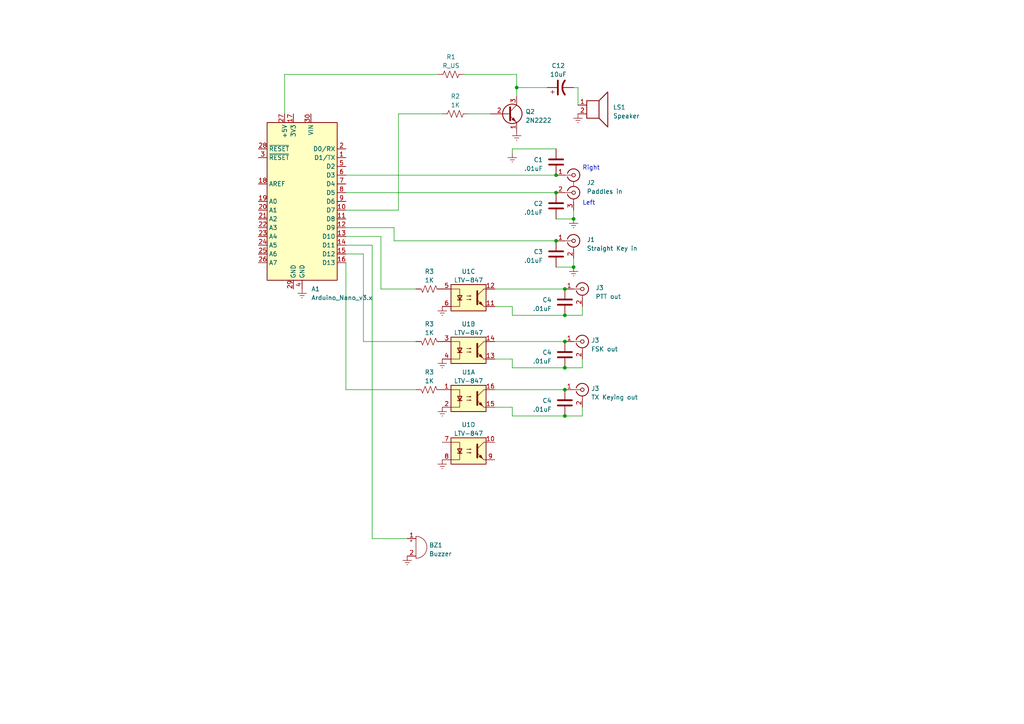
<source format=kicad_sch>
(kicad_sch (version 20230121) (generator eeschema)
  (paper "A4")
  (title_block (title "Full-Featured Nano IO Keyer") (date "Feb. 2023") (rev "1.0") (company "AA2IL") (comment 1 "Dr. J. B. Attili"))
  (lib_symbols
    (symbol "Connector:Conn_Coaxial" (pin_names (offset 1.016) hide)
      (property "Reference" "J" (at 0.254 3.048 0))
      (property "Value" "Conn_Coaxial" (at 2.921 0 90))
      (symbol "Conn_Coaxial_0_1"
        (arc (start -1.778 -0.508) (mid 0.2311 -1.8066) (end 1.778 0) (stroke (width 0.254)))
        (polyline (pts (xy -2.54 0) (xy -0.508 0)))
        (polyline (pts (xy 0 -2.54) (xy 0 -1.778)))
        (circle (center 0 0) (radius 0.508) (stroke (width 0.2032)))
        (arc (start 1.778 0) (mid 0.2099 1.8101) (end -1.778 0.508) (stroke (width 0.254)))
      )
      (symbol "Conn_Coaxial_1_1"
        (pin passive line (at -5.08 0 0) (length 2.54) (name "In") (number "1"))
        (pin passive line (at 0 -5.08 90) (length 2.54) (name "Ext") (number "2"))
      )
    )
    (symbol "Connector:Conn_Coaxial_x2" (pin_names (offset 1.016) hide)
      (property "Reference" "J" (at 0 5.715 0))
      (property "Value" "Conn_Coaxial_x2" (at 2.921 0 90))
      (symbol "Conn_Coaxial_x2_0_1"
        (arc (start -1.778 -3.048) (mid 0.2311 -4.3466) (end 1.778 -2.54) (stroke (width 0.254)))
        (arc (start -1.778 2.032) (mid 0.2311 0.7334) (end 1.778 2.54) (stroke (width 0.254)))
        (circle (center 0 -2.54) (radius 0.508) (stroke (width 0.2032)))
        (polyline (pts (xy -2.54 -2.54) (xy -0.508 -2.54)))
        (polyline (pts (xy -2.54 2.54) (xy -0.508 2.54)))
        (polyline (pts (xy 0 -5.08) (xy 0 -4.318)))
        (polyline (pts (xy 0 0.762) (xy 0 -0.635)))
        (circle (center 0 2.54) (radius 0.508) (stroke (width 0.2032)))
        (arc (start 1.778 -2.54) (mid 0.2099 -0.7299) (end -1.778 -2.032) (stroke (width 0.254)))
        (arc (start 1.778 2.54) (mid 0.2099 4.3501) (end -1.778 3.048) (stroke (width 0.254)))
      )
      (symbol "Conn_Coaxial_x2_1_1"
        (pin passive line (at -5.08 2.54 0) (length 2.54) (name "IN1") (number "1"))
        (pin passive line (at -5.08 -2.54 0) (length 2.54) (name "IN2") (number "2"))
        (pin passive line (at 0 -7.62 90) (length 2.54) (name "EXT") (number "3"))
      )
    )
    (symbol "Device:Buzzer" (pin_names (offset 0.0254) hide)
      (property "Reference" "BZ" (at 3.81 1.27 0))
      (property "Value" "Buzzer" (at 3.81 -1.27 0))
      (symbol "Buzzer_0_1"
        (arc (start 0 -3.175) (mid 3.1612 0) (end 0 3.175))
        (polyline (pts (xy -1.651 1.905) (xy -1.143 1.905)))
        (polyline (pts (xy -1.397 2.159) (xy -1.397 1.651)))
        (polyline (pts (xy 0 3.175) (xy 0 -3.175)))
      )
      (symbol "Buzzer_1_1"
        (pin passive line (at -2.54 2.54 0) (length 2.54) (name "-") (number "1"))
        (pin passive line (at -2.54 -2.54 0) (length 2.54) (name "+") (number "2"))
      )
    )
    (symbol "Device:C" (pin_numbers hide) (pin_names (offset 0.254))
      (property "Reference" "C" (at 0.635 2.54 0))
      (property "Value" "C" (at 0.635 -2.54 0))
      (symbol "C_0_1"
        (polyline (pts (xy -2.032 -0.762) (xy 2.032 -0.762)) (stroke (width 0.508)))
        (polyline (pts (xy -2.032 0.762) (xy 2.032 0.762)) (stroke (width 0.508)))
      )
      (symbol "C_1_1"
        (pin passive line (at 0 3.81 270) (length 2.794) (name "~") (number "1"))
        (pin passive line (at 0 -3.81 90) (length 2.794) (name "~") (number "2"))
      )
    )
    (symbol "Device:C_Polarized_US" (pin_numbers hide) (pin_names (offset 0.254) hide)
      (property "Reference" "C" (at 0.635 2.54 0))
      (property "Value" "C_Polarized_US" (at 0.635 -2.54 0))
      (symbol "C_Polarized_US_0_1"
        (polyline (pts (xy -2.032 0.762) (xy 2.032 0.762)) (stroke (width 0.508)))
        (polyline (pts (xy -1.778 2.286) (xy -0.762 2.286)))
        (polyline (pts (xy -1.27 1.778) (xy -1.27 2.794)))
        (arc (start 2.032 -1.27) (mid 0 -0.5572) (end -2.032 -1.27) (stroke (width 0.508)))
      )
      (symbol "C_Polarized_US_1_1"
        (pin passive line (at 0 3.81 270) (length 2.794) (name "~") (number "1"))
        (pin passive line (at 0 -3.81 90) (length 3.302) (name "~") (number "2"))
      )
    )
    (symbol "Device:R_US" (pin_numbers hide) (pin_names (offset 0))
      (property "Reference" "R" (at 2.54 0 90))
      (property "Value" "R_US" (at -2.54 0 90))
      (symbol "R_US_0_1"
        (polyline (pts (xy 0 -2.286) (xy 0 -2.54)))
        (polyline (pts (xy 0 2.286) (xy 0 2.54)))
        (polyline (pts (xy 0 -0.762) (xy 1.016 -1.143) (xy 0 -1.524) (xy -1.016 -1.905) (xy 0 -2.286)))
        (polyline (pts (xy 0 0.762) (xy 1.016 0.381) (xy 0 0) (xy -1.016 -0.381) (xy 0 -0.762)))
        (polyline (pts (xy 0 2.286) (xy 1.016 1.905) (xy 0 1.524) (xy -1.016 1.143) (xy 0 0.762)))
      )
      (symbol "R_US_1_1"
        (pin passive line (at 0 3.81 270) (length 1.27) (name "~") (number "1"))
        (pin passive line (at 0 -3.81 90) (length 1.27) (name "~") (number "2"))
      )
    )
    (symbol "Device:Speaker" (pin_names (offset 0) hide)
      (property "Reference" "LS" (at 1.27 5.715 0))
      (property "Value" "Speaker" (at 1.27 3.81 0))
      (symbol "Speaker_0_0"
        (rectangle (start -2.54 1.27) (end 1.016 -3.81) (stroke (width 0.254)))
        (polyline (pts (xy 1.016 1.27) (xy 3.556 3.81) (xy 3.556 -6.35) (xy 1.016 -3.81)) (stroke (width 0.254)))
      )
      (symbol "Speaker_1_1"
        (pin input line (at -5.08 0 0) (length 2.54) (name "1") (number "1"))
        (pin input line (at -5.08 -2.54 0) (length 2.54) (name "2") (number "2"))
      )
    )
    (symbol "Isolator:LTV-847" (pin_names (offset 1.016))
      (property "Reference" "U" (at -5.08 5.08 0))
      (property "Value" "LTV-847" (at 0 5.08 0))
      (symbol "LTV-847_0_1"
        (rectangle (start -5.08 3.81) (end 5.08 -3.81) (stroke (width 0.254)) (fill (type background)))
        (polyline (pts (xy -3.175 -0.635) (xy -1.905 -0.635)) (stroke (width 0.254)))
        (polyline (pts (xy 2.54 0.635) (xy 4.445 2.54)))
        (polyline (pts (xy 4.445 -2.54) (xy 2.54 -0.635)) (fill (type outline)))
        (polyline (pts (xy 4.445 -2.54) (xy 5.08 -2.54)))
        (polyline (pts (xy 4.445 2.54) (xy 5.08 2.54)))
        (polyline (pts (xy -2.54 -0.635) (xy -2.54 -2.54) (xy -5.08 -2.54)))
        (polyline (pts (xy 2.54 1.905) (xy 2.54 -1.905) (xy 2.54 -1.905)) (stroke (width 0.508)))
        (polyline (pts (xy -5.08 2.54) (xy -2.54 2.54) (xy -2.54 -1.27) (xy -2.54 0.635)))
        (polyline (pts (xy -2.54 -0.635) (xy -3.175 0.635) (xy -1.905 0.635) (xy -2.54 -0.635)) (stroke (width 0.254)))
        (polyline (pts (xy -0.508 -0.508) (xy 0.762 -0.508) (xy 0.381 -0.635) (xy 0.381 -0.381) (xy 0.762 -0.508)))
        (polyline (pts (xy -0.508 0.508) (xy 0.762 0.508) (xy 0.381 0.381) (xy 0.381 0.635) (xy 0.762 0.508)))
        (polyline (pts (xy 3.048 -1.651) (xy 3.556 -1.143) (xy 4.064 -2.159) (xy 3.048 -1.651) (xy 3.048 -1.651)) (fill (type outline)))
      )
      (symbol "LTV-847_1_1"
        (pin passive line (at -7.62 2.54 0) (length 2.54) (name "~") (number "1"))
        (pin passive line (at 7.62 -2.54 180) (length 2.54) (name "~") (number "15"))
        (pin passive line (at 7.62 2.54 180) (length 2.54) (name "~") (number "16"))
        (pin passive line (at -7.62 -2.54 0) (length 2.54) (name "~") (number "2"))
      )
      (symbol "LTV-847_2_1"
        (pin passive line (at 7.62 -2.54 180) (length 2.54) (name "~") (number "13"))
        (pin passive line (at 7.62 2.54 180) (length 2.54) (name "~") (number "14"))
        (pin passive line (at -7.62 2.54 0) (length 2.54) (name "~") (number "3"))
        (pin passive line (at -7.62 -2.54 0) (length 2.54) (name "~") (number "4"))
      )
      (symbol "LTV-847_3_1"
        (pin passive line (at 7.62 -2.54 180) (length 2.54) (name "~") (number "11"))
        (pin passive line (at 7.62 2.54 180) (length 2.54) (name "~") (number "12"))
        (pin passive line (at -7.62 2.54 0) (length 2.54) (name "~") (number "5"))
        (pin passive line (at -7.62 -2.54 0) (length 2.54) (name "~") (number "6"))
      )
      (symbol "LTV-847_4_1"
        (pin passive line (at 7.62 2.54 180) (length 2.54) (name "~") (number "10"))
        (pin passive line (at -7.62 2.54 0) (length 2.54) (name "~") (number "7"))
        (pin passive line (at -7.62 -2.54 0) (length 2.54) (name "~") (number "8"))
        (pin passive line (at 7.62 -2.54 180) (length 2.54) (name "~") (number "9"))
      )
    )
    (symbol "MCU_Module:Arduino_Nano_v3.x"
      (property "Reference" "A" (at -10.16 23.495 0))
      (property "Value" "Arduino_Nano_v3.x" (at 5.08 -24.13 0))
      (symbol "Arduino_Nano_v3.x_0_1"
        (rectangle (start -10.16 22.86) (end 10.16 -22.86) (stroke (width 0.254)) (fill (type background)))
      )
      (symbol "Arduino_Nano_v3.x_1_1"
        (pin bidirectional line (at -12.7 12.7 0) (length 2.54) (name "D1/TX") (number "1"))
        (pin bidirectional line (at -12.7 -2.54 0) (length 2.54) (name "D7") (number "10"))
        (pin bidirectional line (at -12.7 -5.08 0) (length 2.54) (name "D8") (number "11"))
        (pin bidirectional line (at -12.7 -7.62 0) (length 2.54) (name "D9") (number "12"))
        (pin bidirectional line (at -12.7 -10.16 0) (length 2.54) (name "D10") (number "13"))
        (pin bidirectional line (at -12.7 -12.7 0) (length 2.54) (name "D11") (number "14"))
        (pin bidirectional line (at -12.7 -15.24 0) (length 2.54) (name "D12") (number "15"))
        (pin bidirectional line (at -12.7 -17.78 0) (length 2.54) (name "D13") (number "16"))
        (pin power_out line (at 2.54 25.4 270) (length 2.54) (name "3V3") (number "17"))
        (pin input line (at 12.7 5.08 180) (length 2.54) (name "AREF") (number "18"))
        (pin bidirectional line (at 12.7 0 180) (length 2.54) (name "A0") (number "19"))
        (pin bidirectional line (at -12.7 15.24 0) (length 2.54) (name "D0/RX") (number "2"))
        (pin bidirectional line (at 12.7 -2.54 180) (length 2.54) (name "A1") (number "20"))
        (pin bidirectional line (at 12.7 -5.08 180) (length 2.54) (name "A2") (number "21"))
        (pin bidirectional line (at 12.7 -7.62 180) (length 2.54) (name "A3") (number "22"))
        (pin bidirectional line (at 12.7 -10.16 180) (length 2.54) (name "A4") (number "23"))
        (pin bidirectional line (at 12.7 -12.7 180) (length 2.54) (name "A5") (number "24"))
        (pin bidirectional line (at 12.7 -15.24 180) (length 2.54) (name "A6") (number "25"))
        (pin bidirectional line (at 12.7 -17.78 180) (length 2.54) (name "A7") (number "26"))
        (pin power_out line (at 5.08 25.4 270) (length 2.54) (name "+5V") (number "27"))
        (pin input line (at 12.7 15.24 180) (length 2.54) (name "~{RESET}") (number "28"))
        (pin power_in line (at 2.54 -25.4 90) (length 2.54) (name "GND") (number "29"))
        (pin input line (at 12.7 12.7 180) (length 2.54) (name "~{RESET}") (number "3"))
        (pin power_in line (at -2.54 25.4 270) (length 2.54) (name "VIN") (number "30"))
        (pin power_in line (at 0 -25.4 90) (length 2.54) (name "GND") (number "4"))
        (pin bidirectional line (at -12.7 10.16 0) (length 2.54) (name "D2") (number "5"))
        (pin bidirectional line (at -12.7 7.62 0) (length 2.54) (name "D3") (number "6"))
        (pin bidirectional line (at -12.7 5.08 0) (length 2.54) (name "D4") (number "7"))
        (pin bidirectional line (at -12.7 2.54 0) (length 2.54) (name "D5") (number "8"))
        (pin bidirectional line (at -12.7 0 0) (length 2.54) (name "D6") (number "9"))
      )
    )
    (symbol "Transistor_BJT:PN2222A" (pin_names (offset 0) hide)
      (property "Reference" "Q" (at 5.08 1.905 0))
      (property "Value" "PN2222A" (at 5.08 0 0))
      (symbol "PN2222A_0_1"
        (polyline (pts (xy 0 0) (xy 0.635 0)))
        (polyline (pts (xy 2.54 -2.54) (xy 0.635 -0.635)))
        (polyline (pts (xy 2.54 2.54) (xy 0.635 0.635)))
        (polyline (pts (xy 0.635 1.905) (xy 0.635 -1.905) (xy 0.635 -1.905)) (stroke (width 0.508)))
        (polyline (pts (xy 2.413 -2.413) (xy 1.905 -1.905) (xy 1.905 -1.905)))
        (polyline (pts (xy 1.143 -1.651) (xy 1.651 -1.143) (xy 2.159 -2.159) (xy 1.143 -1.651) (xy 1.143 -1.651)) (fill (type outline)))
        (circle (center 1.27 0) (radius 2.8194) (stroke (width 0.254)))
      )
      (symbol "PN2222A_1_1"
        (pin passive line (at 2.54 -5.08 90) (length 2.54) (name "E") (number "1"))
        (pin input line (at -5.08 0 0) (length 5.08) (name "B") (number "2"))
        (pin passive line (at 2.54 5.08 270) (length 2.54) (name "C") (number "3"))
      )
    )
    (symbol "power:Earth" (power) (pin_names (offset 0))
      (symbol "Earth_0_1"
        (polyline (pts (xy -0.635 -1.905) (xy 0.635 -1.905)))
        (polyline (pts (xy -0.127 -2.54) (xy 0.127 -2.54)))
        (polyline (pts (xy 0 -1.27) (xy 0 0)))
        (polyline (pts (xy 1.27 -1.27) (xy -1.27 -1.27)))
      )
      (symbol "Earth_1_1"
        (pin power_in line (at 0 0 270) (length 0) hide (name "Earth") (number "1"))
      )
    )
  )
  (junction (at 166.37 77.47))
  (junction (at 161.29 69.85))
  (junction (at 166.37 63.5))
  (junction (at 161.29 50.8))
  (junction (at 163.83 120.65))
  (junction (at 163.83 113.03))
  (junction (at 163.83 91.44))
  (junction (at 163.83 106.68))
  (junction (at 163.83 99.06))
  (junction (at 149.86 25.4))
  (junction (at 161.29 55.88))
  (junction (at 163.83 83.82))
  (wire (pts (xy 161.29 77.47) (xy 166.37 77.47)))
  (wire (pts (xy 158.75 25.4) (xy 149.86 25.4)))
  (wire (pts (xy 148.59 88.9) (xy 148.59 91.44)))
  (wire (pts (xy 148.59 104.14) (xy 148.59 106.68)))
  (wire (pts (xy 100.33 66.04) (xy 114.3 66.04)))
  (wire (pts (xy 148.59 43.18) (xy 148.59 44.45)))
  (wire (pts (xy 134.62 21.59) (xy 149.86 21.59)))
  (wire (pts (xy 107.95 156.21) (xy 118.11 156.21)))
  (wire (pts (xy 100.33 60.96) (xy 115.57 60.96)))
  (wire (pts (xy 115.57 33.02) (xy 128.27 33.02)))
  (wire (pts (xy 168.91 106.68) (xy 168.91 104.14)))
  (wire (pts (xy 82.55 21.59) (xy 127 21.59)))
  (wire (pts (xy 100.33 55.88) (xy 161.29 55.88)))
  (wire (pts (xy 100.33 73.66) (xy 105.41 73.66)))
  (wire (pts (xy 105.41 73.66) (xy 105.41 99.06)))
  (wire (pts (xy 148.59 118.11) (xy 148.59 120.65)))
  (wire (pts (xy 168.91 120.65) (xy 168.91 118.11)))
  (wire (pts (xy 135.89 33.02) (xy 142.24 33.02)))
  (wire (pts (xy 166.37 63.5) (xy 166.37 60.96)))
  (wire (pts (xy 167.64 25.4) (xy 167.64 30.48)))
  (wire (pts (xy 149.86 21.59) (xy 149.86 25.4)))
  (wire (pts (xy 143.51 118.11) (xy 148.59 118.11)))
  (wire (pts (xy 110.49 83.82) (xy 120.65 83.82)))
  (wire (pts (xy 143.51 104.14) (xy 148.59 104.14)))
  (wire (pts (xy 105.41 99.06) (xy 120.65 99.06)))
  (wire (pts (xy 143.51 88.9) (xy 148.59 88.9)))
  (wire (pts (xy 100.33 68.58) (xy 110.49 68.58)))
  (wire (pts (xy 114.3 69.85) (xy 161.29 69.85)))
  (wire (pts (xy 110.49 68.58) (xy 110.49 83.82)))
  (wire (pts (xy 148.59 43.18) (xy 161.29 43.18)))
  (wire (pts (xy 82.55 21.59) (xy 82.55 33.02)))
  (wire (pts (xy 163.83 120.65) (xy 168.91 120.65)))
  (wire (pts (xy 161.29 63.5) (xy 166.37 63.5)))
  (wire (pts (xy 115.57 33.02) (xy 115.57 60.96)))
  (wire (pts (xy 148.59 106.68) (xy 163.83 106.68)))
  (wire (pts (xy 166.37 25.4) (xy 167.64 25.4)))
  (wire (pts (xy 100.33 76.2) (xy 100.33 113.03)))
  (wire (pts (xy 163.83 106.68) (xy 168.91 106.68)))
  (wire (pts (xy 168.91 91.44) (xy 168.91 88.9)))
  (wire (pts (xy 107.95 71.12) (xy 107.95 156.21)))
  (wire (pts (xy 148.59 91.44) (xy 163.83 91.44)))
  (wire (pts (xy 100.33 50.8) (xy 161.29 50.8)))
  (wire (pts (xy 143.51 113.03) (xy 163.83 113.03)))
  (wire (pts (xy 100.33 71.12) (xy 107.95 71.12)))
  (wire (pts (xy 114.3 66.04) (xy 114.3 69.85)))
  (wire (pts (xy 149.86 25.4) (xy 149.86 27.94)))
  (wire (pts (xy 143.51 83.82) (xy 163.83 83.82)))
  (wire (pts (xy 163.83 91.44) (xy 168.91 91.44)))
  (wire (pts (xy 166.37 74.93) (xy 166.37 77.47)))
  (wire (pts (xy 148.59 120.65) (xy 163.83 120.65)))
  (wire (pts (xy 100.33 113.03) (xy 120.65 113.03)))
  (wire (pts (xy 143.51 99.06) (xy 163.83 99.06)))
  (text "Left" (at 168.91 59.69 0) (effects (font (size 1.27 1.27)) (justify left bottom)))
  (text "Right" (at 168.91 49.53 0) (effects (font (size 1.27 1.27)) (justify left bottom)))
  (symbol (lib_id "Device:C") (at 163.83 102.87 0) (mirror y) (unit 1)
    (property "Reference" "C4" (at 160.02 102.235 0) (effects (justify left)))
    (property "Value" ".01uF" (at 160.02 104.775 0) (effects (justify left)))
    (instances (project "keyer" (path "" (reference "C4") (unit 1)) (path "" (reference "C10") (unit 1))))
  )
  (symbol (lib_id "Isolator:LTV-847") (at 135.89 115.57 0) (unit 1)
    (property "Reference" "U1" (at 135.89 107.95 0))
    (property "Value" "LTV-847" (at 135.89 110.49 0))
    (property "Footprint" "Package_DIP:DIP-16_W7.62mm" (effects hide))
    (property "Datasheet" "http://optoelectronics.liteon.com/upload/download/DS-70-96-0016/LTV-8X7%20series.PDF" (effects hide))
  )
  (symbol (lib_id "power:Earth") (at 149.86 38.1 0) (unit 1)
    (property "Reference" "#PWR01" (effects hide))
    (property "Value" "Earth" (effects hide))
    (instances (project "keyer" (path "" (reference "#PWR01") (unit 1)) (path "" (reference "#PWR010") (unit 1))))
  )
  (symbol (lib_id "Device:Buzzer") (at 120.65 158.75 0) (unit 1)
    (property "Reference" "BZ1" (at 124.46 158.115 0) (effects (justify left)))
    (property "Value" "Buzzer" (at 124.46 160.655 0) (effects (justify left)))
  )
  (symbol (lib_id "Isolator:LTV-847") (at 135.89 86.36 0) (unit 3)
    (property "Reference" "U1" (at 135.89 78.74 0))
    (property "Value" "LTV-847" (at 135.89 81.28 0))
    (property "Footprint" "Package_DIP:DIP-16_W7.62mm" (effects hide))
    (property "Datasheet" "http://optoelectronics.liteon.com/upload/download/DS-70-96-0016/LTV-8X7%20series.PDF" (effects hide))
  )
  (symbol (lib_id "power:Earth") (at 166.37 77.47 0) (unit 1)
    (property "Reference" "#PWR04" (effects hide))
    (property "Value" "Earth" (effects hide))
    (instances (project "keyer" (path "" (reference "#PWR04") (unit 1)) (path "" (reference "#PWR012") (unit 1))))
  )
  (symbol (lib_id "power:Earth") (at 128.27 104.14 0) (unit 1)
    (property "Reference" "#PWR02" (effects hide))
    (property "Value" "Earth" (effects hide))
    (instances (project "keyer" (path "" (reference "#PWR02") (unit 1)) (path "" (reference "#PWR014") (unit 1))))
  )
  (symbol (lib_id "Connector:Conn_Coaxial") (at 168.91 113.03 0) (unit 1)
    (property "Reference" "J3" (at 171.45 112.6882 0) (effects (justify left)))
    (property "Value" "TX Keying out" (at 171.45 115.2282 0) (effects (justify left)))
    (property "Datasheet" " ~" (effects hide))
    (instances (project "keyer" (path "" (reference "J3") (unit 1)) (path "" (reference "J6") (unit 1))))
  )
  (symbol (lib_id "Isolator:LTV-847") (at 135.89 101.6 0) (unit 2)
    (property "Reference" "U1" (at 135.89 93.98 0))
    (property "Value" "LTV-847" (at 135.89 96.52 0))
    (property "Footprint" "Package_DIP:DIP-16_W7.62mm" (effects hide))
    (property "Datasheet" "http://optoelectronics.liteon.com/upload/download/DS-70-96-0016/LTV-8X7%20series.PDF" (effects hide))
  )
  (symbol (lib_id "power:Earth") (at 166.37 63.5 0) (unit 1)
    (property "Reference" "#PWR03" (effects hide))
    (property "Value" "Earth" (effects hide))
    (instances (project "keyer" (path "" (reference "#PWR03") (unit 1)) (path "" (reference "#PWR011") (unit 1))))
  )
  (symbol (lib_id "Device:C") (at 161.29 46.99 0) (mirror y) (unit 1)
    (property "Reference" "C1" (at 157.48 46.355 0) (effects (justify left)))
    (property "Value" ".01uF" (at 157.48 48.895 0) (effects (justify left)))
    (instances (project "keyer" (path "" (reference "C1") (unit 1)) (path "" (reference "C5") (unit 1))))
  )
  (symbol (lib_id "Device:Speaker") (at 172.72 30.48 0) (unit 1)
    (property "Reference" "LS1" (at 177.8 31.115 0) (effects (justify left)))
    (property "Value" "Speaker" (at 177.8 33.655 0) (effects (justify left)))
    (instances (project "keyer" (path "" (reference "LS1") (unit 1)) (path "" (reference "LS2") (unit 1))))
  )
  (symbol (lib_id "Device:R_US") (at 132.08 33.02 90) (unit 1)
    (property "Reference" "R2" (at 132.08 27.94 90))
    (property "Value" "1K" (at 132.08 30.48 90))
    (instances (project "keyer" (path "" (reference "R2") (unit 1)) (path "" (reference "R6") (unit 1))))
  )
  (symbol (lib_id "power:Earth") (at 167.64 33.02 0) (unit 1)
    (property "Reference" "#PWR01" (effects hide))
    (property "Value" "Earth" (effects hide))
    (instances (project "keyer" (path "" (reference "#PWR01") (unit 1)) (path "" (reference "#PWR016") (unit 1))))
  )
  (symbol (lib_id "MCU_Module:Arduino_Nano_v3.x") (at 87.63 58.42 0) (mirror y) (unit 1)
    (property "Reference" "A1" (at 90.2717 83.82 0) (effects (justify right)))
    (property "Value" "Arduino_Nano_v3.x" (at 90.2717 86.36 0) (effects (justify right)))
    (property "Footprint" "Module:Arduino_Nano" (effects hide))
    (property "Datasheet" "http://www.mouser.com/pdfdocs/Gravitech_Arduino_Nano3_0.pdf" (effects hide))
    (instances (project "keyer" (path "" (reference "A1") (unit 1)) (path "" (reference "A2") (unit 1))))
  )
  (symbol (lib_id "Connector:Conn_Coaxial") (at 166.37 69.85 0) (unit 1)
    (property "Reference" "J1" (at 170.18 69.5082 0) (effects (justify left)))
    (property "Value" "Straight Key in" (at 170.18 72.0482 0) (effects (justify left)))
    (property "Datasheet" " ~" (effects hide))
    (instances (project "keyer" (path "" (reference "J1") (unit 1)) (path "" (reference "J5") (unit 1))))
  )
  (symbol (lib_id "Device:C") (at 161.29 73.66 0) (mirror y) (unit 1)
    (property "Reference" "C3" (at 157.48 73.025 0) (effects (justify left)))
    (property "Value" ".01uF" (at 157.48 75.565 0) (effects (justify left)))
    (instances (project "keyer" (path "" (reference "C3") (unit 1)) (path "" (reference "C7") (unit 1))))
  )
  (symbol (lib_id "power:Earth") (at 128.27 88.9 0) (unit 1)
    (property "Reference" "#PWR02" (effects hide))
    (property "Value" "Earth" (effects hide))
    (instances (project "keyer" (path "" (reference "#PWR02") (unit 1)) (path "" (reference "#PWR013") (unit 1))))
  )
  (symbol (lib_id "power:Earth") (at 87.63 83.82 0) (unit 1)
    (property "Reference" "#PWR?" (effects hide))
    (property "Value" "Earth" (effects hide))
    (instances (project "keyer" (path "" (reference "#PWR?") (unit 1)) (path "" (reference "#PWR06") (unit 1))))
  )
  (symbol (lib_id "Device:R_US") (at 124.46 113.03 270) (mirror x) (unit 1)
    (property "Reference" "R3" (at 123.19 107.95 90) (effects (justify left)))
    (property "Value" "1K" (at 123.19 110.49 90) (effects (justify left)))
    (instances (project "keyer" (path "" (reference "R3") (unit 1)) (path "" (reference "R4") (unit 1))))
  )
  (symbol (lib_id "Device:C_Polarized_US") (at 162.56 25.4 90) (unit 1)
    (property "Reference" "C12" (at 161.925 19.05 90))
    (property "Value" "10uF" (at 161.925 21.59 90))
  )
  (symbol (lib_id "Device:C") (at 163.83 87.63 0) (mirror y) (unit 1)
    (property "Reference" "C4" (at 160.02 86.995 0) (effects (justify left)))
    (property "Value" ".01uF" (at 160.02 89.535 0) (effects (justify left)))
    (instances (project "keyer" (path "" (reference "C4") (unit 1)) (path "" (reference "C9") (unit 1))))
  )
  (symbol (lib_id "power:Earth") (at 128.27 133.35 0) (unit 1)
    (property "Reference" "#PWR02" (effects hide))
    (property "Value" "Earth" (effects hide))
    (instances (project "keyer" (path "" (reference "#PWR02") (unit 1)) (path "" (reference "#PWR015") (unit 1))))
  )
  (symbol (lib_id "Device:C") (at 161.29 59.69 0) (mirror y) (unit 1)
    (property "Reference" "C2" (at 157.48 59.055 0) (effects (justify left)))
    (property "Value" ".01uF" (at 157.48 61.595 0) (effects (justify left)))
    (instances (project "keyer" (path "" (reference "C2") (unit 1)) (path "" (reference "C6") (unit 1))))
  )
  (symbol (lib_id "Connector:Conn_Coaxial") (at 168.91 99.06 0) (unit 1)
    (property "Reference" "J3" (at 171.45 98.7182 0) (effects (justify left)))
    (property "Value" "FSK out" (at 171.45 101.2582 0) (effects (justify left)))
    (property "Datasheet" " ~" (effects hide))
    (instances (project "keyer" (path "" (reference "J3") (unit 1)) (path "" (reference "J8") (unit 1))))
  )
  (symbol (lib_id "Device:R_US") (at 130.81 21.59 90) (unit 1)
    (property "Reference" "R1" (at 130.81 16.51 90))
    (property "Value" "R_US" (at 130.81 19.05 90))
    (instances (project "keyer" (path "" (reference "R1") (unit 1)) (path "" (reference "R5") (unit 1))))
  )
  (symbol (lib_id "Device:R_US") (at 124.46 83.82 270) (mirror x) (unit 1)
    (property "Reference" "R3" (at 123.19 78.74 90) (effects (justify left)))
    (property "Value" "1K" (at 123.19 81.28 90) (effects (justify left)))
    (instances (project "keyer" (path "" (reference "R3") (unit 1)) (path "" (reference "R7") (unit 1))))
  )
  (symbol (lib_id "Connector:Conn_Coaxial") (at 168.91 83.82 0) (unit 1)
    (property "Reference" "J3" (at 172.72 83.4782 0) (effects (justify left)))
    (property "Value" "PTT out" (at 172.72 86.0182 0) (effects (justify left)))
    (property "Datasheet" " ~" (effects hide))
    (instances (project "keyer" (path "" (reference "J3") (unit 1)) (path "" (reference "J7") (unit 1))))
  )
  (symbol (lib_id "Device:C") (at 163.83 116.84 0) (mirror y) (unit 1)
    (property "Reference" "C4" (at 160.02 116.205 0) (effects (justify left)))
    (property "Value" ".01uF" (at 160.02 118.745 0) (effects (justify left)))
    (instances (project "keyer" (path "" (reference "C4") (unit 1)) (path "" (reference "C8") (unit 1))))
  )
  (symbol (lib_id "Device:R_US") (at 124.46 99.06 270) (mirror x) (unit 1)
    (property "Reference" "R3" (at 123.19 93.98 90) (effects (justify left)))
    (property "Value" "1K" (at 123.19 96.52 90) (effects (justify left)))
    (instances (project "keyer" (path "" (reference "R3") (unit 1)) (path "" (reference "R8") (unit 1))))
  )
  (symbol (lib_id "Isolator:LTV-847") (at 135.89 130.81 0) (unit 4)
    (property "Reference" "U1" (at 135.89 123.19 0))
    (property "Value" "LTV-847" (at 135.89 125.73 0))
    (property "Footprint" "Package_DIP:DIP-16_W7.62mm" (effects hide))
    (property "Datasheet" "http://optoelectronics.liteon.com/upload/download/DS-70-96-0016/LTV-8X7%20series.PDF" (effects hide))
  )
  (symbol (lib_id "power:Earth") (at 128.27 118.11 0) (unit 1)
    (property "Reference" "#PWR02" (effects hide))
    (property "Value" "Earth" (effects hide))
    (instances (project "keyer" (path "" (reference "#PWR02") (unit 1)) (path "" (reference "#PWR07") (unit 1))))
  )
  (symbol (lib_id "Transistor_BJT:PN2222A") (at 147.32 33.02 0) (unit 1)
    (property "Reference" "Q2" (at 152.4 32.385 0) (effects (justify left)))
    (property "Value" "2N2222" (at 152.4 34.925 0) (effects (justify left)))
    (property "Footprint" "Package_TO_SOT_THT:TO-92_Inline" (effects hide))
    (property "Datasheet" "https://www.onsemi.com/pub/Collateral/PN2222-D.PDF" (effects hide))
    (instances (project "keyer" (path "" (reference "Q2") (unit 1)) (path "" (reference "Q4") (unit 1))))
  )
  (symbol (lib_id "power:Earth") (at 148.59 44.45 0) (unit 1)
    (property "Reference" "#PWR08" (effects hide))
    (property "Value" "Earth" (effects hide))
    (instances (project "keyer" (path "" (reference "#PWR08") (unit 1)) (path "" (reference "#PWR09") (unit 1))))
  )
  (symbol (lib_id "Connector:Conn_Coaxial_x2") (at 166.37 53.34 0) (unit 1)
    (property "Reference" "J2" (at 170.18 52.9982 0) (effects (justify left)))
    (property "Value" "Paddles in" (at 170.18 55.5382 0) (effects (justify left)))
    (property "Datasheet" " ~" (effects hide))
    (instances (project "keyer" (path "" (reference "J2") (unit 1)) (path "" (reference "J4") (unit 1))))
  )
  (symbol (lib_id "power:Earth") (at 118.11 161.29 0) (unit 1)
    (property "Reference" "#PWR02" (effects hide))
    (property "Value" "Earth" (effects hide))
    (instances (project "keyer" (path "" (reference "#PWR02") (unit 1)) (path "" (reference "#PWR024") (unit 1))))
  )
)
</source>
